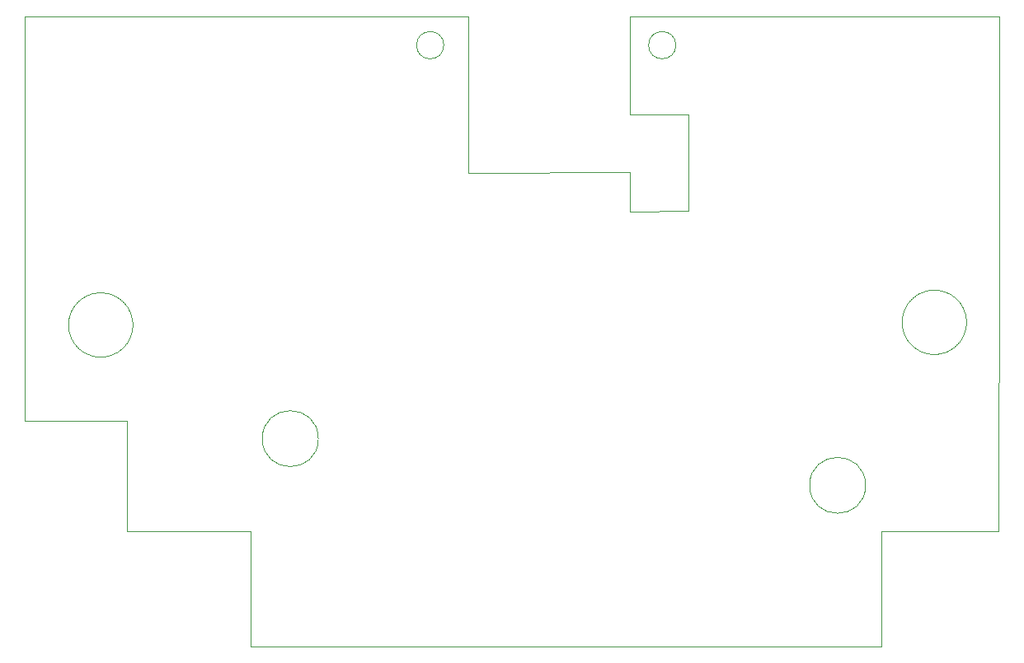
<source format=gbr>
G04 #@! TF.GenerationSoftware,KiCad,Pcbnew,(6.0.5)*
G04 #@! TF.CreationDate,2022-10-25T10:43:51-03:00*
G04 #@! TF.ProjectId,MSX USB Drive,4d535820-5553-4422-9044-726976652e6b,rev?*
G04 #@! TF.SameCoordinates,Original*
G04 #@! TF.FileFunction,Profile,NP*
%FSLAX46Y46*%
G04 Gerber Fmt 4.6, Leading zero omitted, Abs format (unit mm)*
G04 Created by KiCad (PCBNEW (6.0.5)) date 2022-10-25 10:43:51*
%MOMM*%
%LPD*%
G01*
G04 APERTURE LIST*
G04 #@! TA.AperFunction,Profile*
%ADD10C,0.050000*%
G04 #@! TD*
G04 #@! TA.AperFunction,Profile*
%ADD11C,0.100000*%
G04 #@! TD*
G04 APERTURE END LIST*
D10*
X128710893Y-66550000D02*
G75*
G03*
X128710893Y-66550000I-1400893J0D01*
G01*
X152540893Y-66549108D02*
G75*
G03*
X152540893Y-66549108I-1400893J0D01*
G01*
D11*
X94238450Y-92069020D02*
X94316680Y-92089590D01*
X182123720Y-96190420D02*
X182093500Y-96265600D01*
X179366550Y-98287950D02*
X179285780Y-98295060D01*
X175745020Y-94839900D02*
X175749850Y-94759130D01*
X176253270Y-93235380D02*
X176297470Y-93167570D01*
X179205010Y-91704020D02*
X179285780Y-91708840D01*
D10*
X131230000Y-63600000D02*
X131230000Y-79650000D01*
D11*
X181915950Y-93374320D02*
X181955070Y-93445440D01*
X90935690Y-93115240D02*
X90989540Y-93054540D01*
D10*
X115824456Y-107000000D02*
G75*
G03*
X115824456Y-107000000I-2874456J0D01*
G01*
D11*
X95827480Y-92995100D02*
X95882590Y-93054540D01*
X91601680Y-92526470D02*
X91669500Y-92482270D01*
X91279350Y-92771580D02*
X91341330Y-92719510D01*
X177631220Y-97986960D02*
X177558330Y-97951400D01*
X181955070Y-93445440D02*
X181992400Y-93517320D01*
X179123980Y-91700970D02*
X179205010Y-91704020D01*
X179205010Y-98299890D02*
X179123980Y-98302940D01*
X90451060Y-96683690D02*
X90417280Y-96610030D01*
X96722060Y-95595550D02*
X96713170Y-95676070D01*
X181137690Y-97554400D02*
X181074450Y-97605200D01*
X182093500Y-96265600D02*
X182061750Y-96340030D01*
X91808430Y-92398960D02*
X91879550Y-92359850D01*
X92791920Y-98510460D02*
X92712670Y-98493690D01*
X181742720Y-96903400D02*
X181695220Y-96968930D01*
X181434370Y-92725100D02*
X181489480Y-92784530D01*
X96595830Y-94313360D02*
X96618430Y-94391340D01*
X179285780Y-91708840D02*
X179366550Y-91715960D01*
X96571440Y-96307770D02*
X96545030Y-96384480D01*
X182281460Y-95646100D02*
X182264690Y-95725350D01*
X92247600Y-92191190D02*
X92323550Y-92163000D01*
X92477470Y-92112200D02*
X92555450Y-92089590D01*
X90355300Y-94083490D02*
X90385530Y-94008310D01*
X178398810Y-98240450D02*
X178319560Y-98223690D01*
X90182580Y-95836600D02*
X90169880Y-95756330D01*
X182296440Y-95566600D02*
X182281460Y-95646100D01*
X90417280Y-93933880D02*
X90451060Y-93860220D01*
X179607600Y-98255440D02*
X179527330Y-98268140D01*
X94920700Y-92322510D02*
X94992580Y-92359850D01*
X176057950Y-96413690D02*
X176024170Y-96340030D01*
X96713170Y-94867840D02*
X96722060Y-94948360D01*
X181992400Y-96486580D02*
X181955070Y-96558470D01*
X93517090Y-91970970D02*
X93598120Y-91974020D01*
X92951690Y-92005770D02*
X93031950Y-91994850D01*
X90486620Y-93787330D02*
X90523960Y-93715440D01*
X176024170Y-96340030D02*
X175992420Y-96265600D01*
X177208570Y-97747440D02*
X177141510Y-97701720D01*
X96595830Y-96230550D02*
X96571440Y-96307770D01*
X91534620Y-92572190D02*
X91601680Y-92526470D01*
X91101300Y-92937190D02*
X91159210Y-92880550D01*
X176169960Y-96629590D02*
X176130850Y-96558470D01*
X181595400Y-97096690D02*
X181543330Y-97158670D01*
X180877340Y-92256470D02*
X180944400Y-92302190D01*
X182340890Y-94839900D02*
X182343940Y-94920930D01*
X91218650Y-92825430D02*
X91279350Y-92771580D01*
X90486620Y-96756590D02*
X90451060Y-96683690D01*
X178638840Y-98279060D02*
X178558580Y-98268140D01*
X175992420Y-96265600D02*
X175962190Y-96190420D01*
D10*
X147860000Y-73660000D02*
X147860000Y-63570000D01*
D11*
X85694400Y-105149000D02*
X96210000Y-105149000D01*
X90150070Y-95595550D02*
X90142960Y-95514780D01*
X181595400Y-92907220D02*
X181646200Y-92970460D01*
X176542580Y-97158670D02*
X176490510Y-97096690D01*
X92323550Y-92163000D02*
X92400250Y-92136580D01*
X175776770Y-95486330D02*
X175765850Y-95406070D01*
X96210000Y-105149000D02*
X96200000Y-116500000D01*
X176766100Y-92610540D02*
X176825540Y-92555430D01*
X91669500Y-98061640D02*
X91601680Y-98017440D01*
X175789470Y-94437310D02*
X175804460Y-94357810D01*
X91159210Y-97663370D02*
X91101300Y-97606720D01*
X175962190Y-93813490D02*
X175992420Y-93738300D01*
X176596430Y-97219370D02*
X176542580Y-97158670D01*
X90385530Y-96535610D02*
X90355300Y-96460420D01*
X90142960Y-95514780D02*
X90138130Y-95434010D01*
X93840180Y-98549060D02*
X93759660Y-98557950D01*
X96734000Y-95109900D02*
X96737050Y-95190930D01*
X95592780Y-97772330D02*
X95530800Y-97824400D01*
X176130850Y-93445440D02*
X176169960Y-93374320D01*
X178084360Y-98161710D02*
X178007140Y-98137330D01*
X95202640Y-98061640D02*
X95133550Y-98104060D01*
X177276390Y-92212270D02*
X177345470Y-92169850D01*
X92555450Y-92089590D02*
X92633680Y-92069020D01*
X181434370Y-97278810D02*
X181377720Y-97336720D01*
X90563070Y-93644320D02*
X90603970Y-93574470D01*
X182281460Y-94357810D02*
X182296440Y-94437310D01*
X178719360Y-91715960D02*
X178800130Y-91708840D01*
X175883200Y-95960550D02*
X175860590Y-95882570D01*
X175821220Y-94278560D02*
X175840020Y-94199570D01*
X182151920Y-96114470D02*
X182123720Y-96190420D01*
X181489480Y-97219370D02*
X181434370Y-97278810D01*
X175883200Y-94043360D02*
X175907580Y-93966140D01*
X92555450Y-98454320D02*
X92477470Y-98431720D01*
X96181550Y-93437570D02*
X96225750Y-93505390D01*
X92633680Y-98474900D02*
X92555450Y-98454320D01*
X96039310Y-93240460D02*
X96088330Y-93304980D01*
X93436070Y-91969960D02*
X93517090Y-91970970D01*
X95882590Y-93054540D02*
X95936440Y-93115240D01*
X94847800Y-92286950D02*
X94920700Y-92322510D01*
X177558330Y-97951400D02*
X177486440Y-97914060D01*
X90233130Y-96074340D02*
X90214330Y-95995350D01*
X176057950Y-93590220D02*
X176093510Y-93517320D01*
X176297470Y-93167570D02*
X176343190Y-93100510D01*
X177208570Y-92256470D02*
X177276390Y-92212270D01*
X175992420Y-93738300D02*
X176024170Y-93663880D01*
X180944400Y-92302190D02*
X181009930Y-92349690D01*
X96689550Y-94707310D02*
X96702250Y-94787580D01*
X178800130Y-98295060D02*
X178719360Y-98287950D01*
X96737050Y-95352980D02*
X96734000Y-95434010D01*
X180740440Y-97834050D02*
X180670590Y-97874950D01*
X179607600Y-91748470D02*
X179687100Y-91763450D01*
X180306610Y-91951410D02*
X180381030Y-91983160D01*
X178162340Y-91819590D02*
X178240570Y-91799010D01*
X181543330Y-92845240D02*
X181595400Y-92907220D01*
X95270450Y-92526470D02*
X95337510Y-92572190D01*
X175789470Y-95566600D02*
X175776770Y-95486330D01*
X180078770Y-91866580D02*
X180155480Y-91892990D01*
X94000710Y-92018470D02*
X94080210Y-92033460D01*
X177011460Y-92398710D02*
X177075980Y-92349690D01*
X90197570Y-95916100D02*
X90182580Y-95836600D01*
X175907580Y-96037770D02*
X175883200Y-95960550D01*
X176708190Y-92667190D02*
X176766100Y-92610540D01*
D10*
X85690000Y-63620000D02*
X131230000Y-63600000D01*
D11*
X90646380Y-93505390D02*
X90690580Y-93437570D01*
X94847800Y-98256960D02*
X94774140Y-98290750D01*
X182320060Y-95406070D02*
X182309140Y-95486330D01*
X90150070Y-94948360D02*
X90158960Y-94867840D01*
X94624530Y-98352720D02*
X94548590Y-98380920D01*
X176439710Y-97033450D02*
X176390690Y-96968930D01*
X90197570Y-94627810D02*
X90214330Y-94548560D01*
X175740960Y-95001950D02*
X175741970Y-94920930D01*
X96348180Y-93715440D02*
X96385510Y-93787330D01*
X93274010Y-98569890D02*
X93193240Y-98565070D01*
X177075980Y-97654220D02*
X177011460Y-97605200D01*
X95530800Y-92719510D02*
X95592780Y-92771580D01*
X94000710Y-98525440D02*
X93920440Y-98538140D01*
X178084360Y-91842190D02*
X178162340Y-91819590D01*
X91218650Y-97718480D02*
X91159210Y-97663370D01*
X95936440Y-97428670D02*
X95882590Y-97489380D01*
X90690580Y-97106340D02*
X90646380Y-97038530D01*
X96181550Y-97106340D02*
X96135830Y-97173400D01*
X94471880Y-98407330D02*
X94394660Y-98431720D01*
X178319560Y-91780220D02*
X178398810Y-91763450D01*
X178880900Y-91704020D02*
X178961930Y-91700970D01*
X90883620Y-93177220D02*
X90935690Y-93115240D01*
X177141510Y-92302190D02*
X177208570Y-92256470D01*
X96309060Y-93644320D02*
X96348180Y-93715440D01*
X176948220Y-97554400D02*
X176886240Y-97502330D01*
X96702250Y-95756330D02*
X96689550Y-95836600D01*
X178319560Y-98223690D02*
X178240570Y-98204890D01*
X93598120Y-98569890D02*
X93517090Y-98572940D01*
X182093500Y-93738300D02*
X182123720Y-93813490D01*
X96737050Y-95190930D02*
X96738070Y-95271960D01*
X95827480Y-97548810D02*
X95770830Y-97606720D01*
X91879550Y-98184070D02*
X91808430Y-98144950D01*
X96225750Y-97038530D02*
X96181550Y-97106340D01*
X96088330Y-93304980D02*
X96135830Y-93370510D01*
X92871420Y-92018470D02*
X92951690Y-92005770D01*
X178240570Y-91799010D02*
X178319560Y-91780220D01*
X94080210Y-98510460D02*
X94000710Y-98525440D01*
X91669500Y-92482270D02*
X91738580Y-92439860D01*
X92712670Y-92050220D02*
X92791920Y-92033460D01*
X96385510Y-93787330D02*
X96421070Y-93860220D01*
X95403040Y-92619690D02*
X95467560Y-92668710D01*
X92633680Y-92069020D02*
X92712670Y-92050220D01*
X178007140Y-91866580D02*
X178084360Y-91842190D01*
X178961930Y-98302940D02*
X178880900Y-98299890D01*
X181377720Y-92667190D02*
X181434370Y-92725100D01*
X176024170Y-93663880D02*
X176057950Y-93590220D01*
X176825540Y-97448480D02*
X176766100Y-97393360D01*
X176439710Y-92970460D02*
X176490510Y-92907220D01*
X177075980Y-92349690D02*
X177141510Y-92302190D01*
X90563070Y-96899590D02*
X90523960Y-96828470D01*
X95592780Y-92771580D02*
X95653490Y-92825430D01*
X90736300Y-97173400D02*
X90690580Y-97106340D01*
X181009930Y-97654220D02*
X180944400Y-97701720D01*
X93678890Y-98565070D02*
X93598120Y-98569890D01*
X91469090Y-97924220D02*
X91404570Y-97875200D01*
X96618430Y-94391340D02*
X96639010Y-94469570D01*
X91738580Y-98104060D02*
X91669500Y-98061640D01*
X95133550Y-98104060D02*
X95063700Y-98144950D01*
X177345470Y-97834050D02*
X177276390Y-97791640D01*
X173680000Y-128390000D02*
X173685550Y-116500000D01*
X90158960Y-95676070D02*
X90150070Y-95595550D01*
D10*
X147800000Y-83630000D02*
X153870000Y-83620000D01*
X185740000Y-63630000D02*
X185750000Y-86150000D01*
D11*
X91951440Y-92322510D02*
X92024330Y-92286950D01*
X178558580Y-98268140D02*
X178478310Y-98255440D01*
X92712670Y-98493690D02*
X92633680Y-98474900D01*
X177704880Y-91983160D02*
X177779310Y-91951410D01*
X94316680Y-92089590D02*
X94394660Y-92112200D01*
X176596430Y-92784530D02*
X176651550Y-92725100D01*
X95063700Y-98144950D02*
X94992580Y-98184070D01*
X181955070Y-96558470D02*
X181915950Y-96629590D01*
X96738070Y-95271960D02*
X96737050Y-95352980D01*
X181915950Y-96629590D02*
X181875060Y-96699440D01*
X90832820Y-93240460D02*
X90883620Y-93177220D01*
X182027960Y-96413690D02*
X181992400Y-96486580D01*
X175745020Y-95164010D02*
X175741970Y-95082980D01*
X182328950Y-94678360D02*
X182336070Y-94759130D01*
X181199670Y-97502330D02*
X181137690Y-97554400D01*
X90158960Y-94867840D02*
X90169880Y-94787580D01*
D10*
X153870000Y-83620000D02*
X153870000Y-73650000D01*
D11*
X94316680Y-98454320D02*
X94238450Y-98474900D01*
X108910000Y-128390000D02*
X173680000Y-128390000D01*
X176886240Y-97502330D02*
X176825540Y-97448480D01*
X176297470Y-96836340D02*
X176253270Y-96768520D01*
X90138130Y-95434010D02*
X90135080Y-95352980D01*
X96309060Y-96899590D02*
X96268170Y-96969440D01*
X94394660Y-98431720D02*
X94316680Y-98454320D01*
X182343940Y-95082980D02*
X182340890Y-95164010D01*
X90523960Y-93715440D02*
X90563070Y-93644320D01*
X177779310Y-98052490D02*
X177704880Y-98020740D01*
X177930440Y-91892990D02*
X178007140Y-91866580D01*
X180670590Y-97874950D02*
X180599470Y-97914060D01*
X182328950Y-95325550D02*
X182320060Y-95406070D01*
X95337510Y-97971720D02*
X95270450Y-98017440D01*
X90138130Y-95109900D02*
X90142960Y-95029130D01*
X181875060Y-96699440D02*
X181832640Y-96768520D01*
X182340890Y-95164010D02*
X182336070Y-95244780D01*
X92400250Y-98407330D02*
X92323550Y-98380920D01*
X182027960Y-93590220D02*
X182061750Y-93663880D01*
X175756960Y-94678360D02*
X175765850Y-94597840D01*
X92951690Y-98538140D02*
X92871420Y-98525440D01*
X176886240Y-92501580D02*
X176948220Y-92449510D01*
X90385530Y-94008310D02*
X90417280Y-93933880D01*
X93193240Y-98565070D02*
X93112470Y-98557950D01*
X93598120Y-91974020D02*
X93678890Y-91978850D01*
X90214330Y-94548560D02*
X90233130Y-94469570D01*
X93436070Y-98573960D02*
X93355040Y-98572940D01*
X177415320Y-92128960D02*
X177486440Y-92089840D01*
X176093510Y-93517320D02*
X176130850Y-93445440D01*
X182343940Y-94920930D02*
X182344960Y-95001950D01*
X91808430Y-98144950D02*
X91738580Y-98104060D01*
X182178330Y-96037770D02*
X182151920Y-96114470D01*
X92172420Y-92221420D02*
X92247600Y-92191190D01*
X96200000Y-116500000D02*
X108900000Y-116500000D01*
X92024330Y-92286950D02*
X92097990Y-92253170D01*
X90783800Y-97238930D02*
X90736300Y-97173400D01*
X90135080Y-95352980D02*
X90134070Y-95271960D01*
X94238450Y-98474900D02*
X94159460Y-98493690D01*
D10*
X153870000Y-73650000D02*
X147860000Y-73660000D01*
D11*
X180155480Y-91892990D02*
X180231420Y-91921190D01*
X90169880Y-94787580D02*
X90182580Y-94707310D01*
X94159460Y-98493690D02*
X94080210Y-98510460D01*
X176651550Y-92725100D02*
X176708190Y-92667190D01*
X180231420Y-98082720D02*
X180155480Y-98110910D01*
X96689550Y-95836600D02*
X96674570Y-95916100D01*
X182336070Y-95244780D02*
X182328950Y-95325550D01*
X91601680Y-98017440D02*
X91534620Y-97971720D01*
X90233130Y-94469570D02*
X90253700Y-94391340D01*
X96571440Y-94236140D02*
X96595830Y-94313360D01*
X175934000Y-96114470D02*
X175907580Y-96037770D01*
X91341330Y-92719510D02*
X91404570Y-92668710D01*
X176390690Y-93034980D02*
X176439710Y-92970460D01*
X181832640Y-96768520D02*
X181788440Y-96836340D01*
X90736300Y-93370510D02*
X90783800Y-93304980D01*
X93031950Y-91994850D02*
X93112470Y-91985960D01*
X175860590Y-95882570D02*
X175840020Y-95804340D01*
X90989540Y-93054540D02*
X91044660Y-92995100D01*
X175749850Y-94759130D02*
X175756960Y-94678360D01*
X91879550Y-92359850D02*
X91951440Y-92322510D01*
X90214330Y-95995350D02*
X90197570Y-95916100D01*
X178478310Y-98255440D02*
X178398810Y-98240450D01*
X96702250Y-94787580D02*
X96713170Y-94867840D01*
X96454860Y-96610030D02*
X96421070Y-96683690D01*
X179845340Y-91799010D02*
X179923570Y-91819590D01*
X90327110Y-94159440D02*
X90355300Y-94083490D01*
X93517090Y-98572940D02*
X93436070Y-98573960D01*
D10*
X147860000Y-63570000D02*
X185740000Y-63630000D01*
D11*
X95063700Y-92398960D02*
X95133550Y-92439860D01*
X181695220Y-93034980D02*
X181742720Y-93100510D01*
X175765850Y-94597840D02*
X175776770Y-94517580D01*
X176390690Y-96968930D02*
X176343190Y-96903400D01*
X182123720Y-93813490D02*
X182151920Y-93889430D01*
X90883620Y-97366690D02*
X90832820Y-97303450D01*
X90832820Y-97303450D02*
X90783800Y-97238930D01*
X177486440Y-97914060D02*
X177415320Y-97874950D01*
X179687100Y-98240450D02*
X179607600Y-98255440D01*
X96135830Y-97173400D02*
X96088330Y-97238930D01*
X96421070Y-96683690D02*
X96385510Y-96756590D01*
X93193240Y-91978850D02*
X93274010Y-91974020D01*
X178558580Y-91735770D02*
X178638840Y-91724850D01*
X178961930Y-91700970D02*
X179042960Y-91699950D01*
X96713170Y-95676070D02*
X96702250Y-95756330D01*
X177011460Y-97605200D02*
X176948220Y-97554400D01*
X92024330Y-98256960D02*
X91951440Y-98221400D01*
X95882590Y-97489380D02*
X95827480Y-97548810D01*
X93920440Y-92005770D02*
X94000710Y-92018470D01*
X90134070Y-95271960D02*
X90135080Y-95190930D01*
X90646380Y-97038530D02*
X90603970Y-96969440D01*
X179687100Y-91763450D02*
X179766350Y-91780220D01*
X180944400Y-97701720D02*
X180877340Y-97747440D01*
X179766350Y-98223690D02*
X179687100Y-98240450D01*
X90142960Y-95029130D02*
X90150070Y-94948360D01*
X181543330Y-97158670D02*
X181489480Y-97219370D01*
X179447070Y-91724850D02*
X179527330Y-91735770D01*
X180599470Y-97914060D02*
X180527590Y-97951400D01*
X178478310Y-91748470D02*
X178558580Y-91735770D01*
X93678890Y-91978850D02*
X93759660Y-91985960D01*
X94080210Y-92033460D02*
X94159460Y-92050220D01*
X90169880Y-95756330D02*
X90158960Y-95676070D01*
X181742720Y-93100510D02*
X181788440Y-93167570D01*
X180527590Y-97951400D02*
X180454690Y-97986960D01*
X182202720Y-94043360D02*
X182225320Y-94121340D01*
X181646200Y-92970460D02*
X181695220Y-93034980D01*
X182264690Y-94278560D02*
X182281460Y-94357810D01*
X96657800Y-94548560D02*
X96674570Y-94627810D01*
X94774140Y-92253170D02*
X94847800Y-92286950D01*
X96088330Y-97238930D02*
X96039310Y-97303450D01*
X180877340Y-97747440D02*
X180809530Y-97791640D01*
X179285780Y-98295060D02*
X179205010Y-98299890D01*
X95530800Y-97824400D02*
X95467560Y-97875200D01*
X178162340Y-98184320D02*
X178084360Y-98161710D01*
X95770830Y-92937190D02*
X95827480Y-92995100D01*
X176253270Y-96768520D02*
X176210860Y-96699440D01*
X90182580Y-94707310D02*
X90197570Y-94627810D01*
X175741970Y-94920930D02*
X175745020Y-94839900D01*
X91738580Y-92439860D02*
X91808430Y-92398960D01*
X180740440Y-92169850D02*
X180809530Y-92212270D01*
X182320060Y-94597840D02*
X182328950Y-94678360D01*
X96639010Y-96074340D02*
X96618430Y-96152570D01*
X93759660Y-98557950D02*
X93678890Y-98565070D01*
X95337510Y-92572190D02*
X95403040Y-92619690D01*
X180599470Y-92089840D02*
X180670590Y-92128960D01*
X181319810Y-97393360D02*
X181260380Y-97448480D01*
X95653490Y-97718480D02*
X95592780Y-97772330D01*
X95988510Y-93177220D02*
X96039310Y-93240460D01*
X93274010Y-91974020D02*
X93355040Y-91970970D01*
X91159210Y-92880550D02*
X91218650Y-92825430D01*
X91469090Y-92619690D02*
X91534620Y-92572190D01*
X180527590Y-92052510D02*
X180599470Y-92089840D01*
X181788440Y-96836340D02*
X181742720Y-96903400D01*
X96545030Y-94159440D02*
X96571440Y-94236140D01*
X95712920Y-92880550D02*
X95770830Y-92937190D01*
X90355300Y-96460420D02*
X90327110Y-96384480D01*
X91534620Y-97971720D02*
X91469090Y-97924220D01*
X176490510Y-97096690D02*
X176439710Y-97033450D01*
X92097990Y-98290750D02*
X92024330Y-98256960D01*
X181788440Y-93167570D02*
X181832640Y-93235380D01*
X182061750Y-96340030D02*
X182027960Y-96413690D01*
X176825540Y-92555430D02*
X176886240Y-92501580D01*
X179923570Y-98184320D02*
X179845340Y-98204890D01*
X96348180Y-96828470D02*
X96309060Y-96899590D01*
X93840180Y-91994850D02*
X93920440Y-92005770D01*
X96516830Y-96460420D02*
X96486610Y-96535610D01*
X182309140Y-95486330D02*
X182296440Y-95566600D01*
X177276390Y-97791640D02*
X177208570Y-97747440D01*
X177704880Y-98020740D02*
X177631220Y-97986960D01*
X175741970Y-95082980D02*
X175740960Y-95001950D01*
X176093510Y-96486580D02*
X176057950Y-96413690D01*
X179923570Y-91819590D02*
X180001550Y-91842190D01*
X177415320Y-97874950D02*
X177345470Y-97834050D01*
X90989540Y-97489380D02*
X90935690Y-97428670D01*
X178719360Y-98287950D02*
X178638840Y-98279060D01*
X176169960Y-93374320D02*
X176210860Y-93304470D01*
X94394660Y-92112200D02*
X94471880Y-92136580D01*
X179366550Y-91715960D02*
X179447070Y-91724850D01*
X93031950Y-98549060D02*
X92951690Y-98538140D01*
X176130850Y-96558470D02*
X176093510Y-96486580D01*
X177779310Y-91951410D02*
X177854490Y-91921190D01*
X177558330Y-92052510D02*
X177631220Y-92016950D01*
X95202640Y-92482270D02*
X95270450Y-92526470D01*
X181260380Y-92555430D02*
X181319810Y-92610540D01*
X90783800Y-93304980D02*
X90832820Y-93240460D01*
X176490510Y-92907220D02*
X176542580Y-92845240D01*
X176210860Y-96699440D02*
X176169960Y-96629590D01*
X96135830Y-93370510D02*
X96181550Y-93437570D01*
D10*
X131230000Y-79650000D02*
X147800000Y-79640000D01*
D11*
X91404570Y-97875200D02*
X91341330Y-97824400D01*
X92323550Y-98380920D02*
X92247600Y-98352720D01*
X91404570Y-92668710D02*
X91469090Y-92619690D01*
X178800130Y-91708840D02*
X178880900Y-91704020D01*
X182245900Y-95804340D02*
X182225320Y-95882570D01*
X180454690Y-97986960D02*
X180381030Y-98020740D01*
X175934000Y-93889430D02*
X175962190Y-93813490D01*
X94699720Y-92221420D02*
X94774140Y-92253170D01*
X96516830Y-94083490D02*
X96545030Y-94159440D01*
X95133550Y-92439860D02*
X95202640Y-92482270D01*
X181646200Y-97033450D02*
X181595400Y-97096690D01*
X181260380Y-97448480D02*
X181199670Y-97502330D01*
X177854490Y-98082720D02*
X177779310Y-98052490D01*
X179766350Y-91780220D02*
X179845340Y-91799010D01*
X182225320Y-94121340D02*
X182245900Y-94199570D01*
X179042960Y-98303950D02*
X178961930Y-98302940D01*
X95270450Y-98017440D02*
X95202640Y-98061640D01*
X179527330Y-98268140D02*
X179447070Y-98279060D01*
X96722060Y-94948360D02*
X96729180Y-95029130D01*
X95936440Y-93115240D02*
X95988510Y-93177220D01*
X175804460Y-95646100D02*
X175789470Y-95566600D01*
X182225320Y-95882570D02*
X182202720Y-95960550D01*
X177930440Y-98110910D02*
X177854490Y-98082720D01*
X175765850Y-95406070D02*
X175756960Y-95325550D01*
X180231420Y-91921190D02*
X180306610Y-91951410D01*
X178880900Y-98299890D02*
X178800130Y-98295060D01*
X181832640Y-93235380D02*
X181875060Y-93304470D01*
X90523960Y-96828470D02*
X90486620Y-96756590D01*
X181074450Y-97605200D02*
X181009930Y-97654220D01*
X93355040Y-91970970D02*
X93436070Y-91969960D01*
X175804460Y-94357810D02*
X175821220Y-94278560D01*
X180001550Y-98161710D02*
X179923570Y-98184320D01*
X173685550Y-116500000D02*
X185700000Y-116500000D01*
X92172420Y-98322500D02*
X92097990Y-98290750D01*
X176766100Y-97393360D02*
X176708190Y-97336720D01*
X94548590Y-98380920D02*
X94471880Y-98407330D01*
X180155480Y-98110910D02*
X180078770Y-98137330D01*
X177854490Y-91921190D02*
X177930440Y-91892990D01*
X179447070Y-98279060D02*
X179366550Y-98287950D01*
X90135080Y-95190930D02*
X90138130Y-95109900D01*
X180809530Y-97791640D02*
X180740440Y-97834050D01*
X96618430Y-96152570D02*
X96595830Y-96230550D01*
X108900000Y-116500000D02*
X108910000Y-128390000D01*
X177345470Y-92169850D02*
X177415320Y-92128960D01*
X96268170Y-96969440D02*
X96225750Y-97038530D01*
X175840020Y-95804340D02*
X175821220Y-95725350D01*
X90300690Y-94236140D02*
X90327110Y-94159440D01*
X91044660Y-97548810D02*
X90989540Y-97489380D01*
X96734000Y-95434010D02*
X96729180Y-95514780D01*
X91279350Y-97772330D02*
X91218650Y-97718480D01*
X96039310Y-97303450D02*
X95988510Y-97366690D01*
X176210860Y-93304470D02*
X176253270Y-93235380D01*
X95712920Y-97663370D02*
X95653490Y-97718480D01*
X96421070Y-93860220D02*
X96454860Y-93933880D01*
D10*
X172022716Y-111800000D02*
G75*
G03*
X172022716Y-111800000I-2872716J0D01*
G01*
D11*
X94624530Y-92191190D02*
X94699720Y-92221420D01*
X178007140Y-98137330D02*
X177930440Y-98110910D01*
X181074450Y-92398710D02*
X181137690Y-92449510D01*
X181377720Y-97336720D02*
X181319810Y-97393360D01*
X96486610Y-94008310D02*
X96516830Y-94083490D01*
X90603970Y-96969440D02*
X90563070Y-96899590D01*
X175860590Y-94121340D02*
X175883200Y-94043360D01*
X96657800Y-95995350D02*
X96639010Y-96074340D01*
X92247600Y-98352720D02*
X92172420Y-98322500D01*
X94992580Y-92359850D02*
X95063700Y-92398960D01*
X182309140Y-94517580D02*
X182320060Y-94597840D01*
X91341330Y-97824400D02*
X91279350Y-97772330D01*
X175749850Y-95244780D02*
X175745020Y-95164010D01*
X92791920Y-92033460D02*
X92871420Y-92018470D01*
X94548590Y-92163000D02*
X94624530Y-92191190D01*
X96729180Y-95029130D02*
X96734000Y-95109900D01*
X182202720Y-95960550D02*
X182178330Y-96037770D01*
X176343190Y-96903400D02*
X176297470Y-96836340D01*
X96639010Y-94469570D02*
X96657800Y-94548560D01*
X94699720Y-98322500D02*
X94624530Y-98352720D01*
X92097990Y-92253170D02*
X92172420Y-92221420D01*
X175776770Y-94517580D02*
X175789470Y-94437310D01*
X94992580Y-98184070D02*
X94920700Y-98221400D01*
X96674570Y-94627810D02*
X96689550Y-94707310D01*
X96268170Y-93574470D02*
X96309060Y-93644320D01*
X96225750Y-93505390D02*
X96268170Y-93574470D01*
X180454690Y-92016950D02*
X180527590Y-92052510D01*
X91951440Y-98221400D02*
X91879550Y-98184070D01*
X181992400Y-93517320D02*
X182027960Y-93590220D01*
X182336070Y-94759130D02*
X182340890Y-94839900D01*
X181199670Y-92501580D02*
X181260380Y-92555430D01*
X180809530Y-92212270D02*
X180877340Y-92256470D01*
X95467560Y-97875200D02*
X95403040Y-97924220D01*
X94159460Y-92050220D02*
X94238450Y-92069020D01*
X182178330Y-93966140D02*
X182202720Y-94043360D01*
X175840020Y-94199570D02*
X175860590Y-94121340D01*
X177631220Y-92016950D02*
X177704880Y-91983160D01*
X182264690Y-95725350D02*
X182245900Y-95804340D01*
X182344960Y-95001950D02*
X182343940Y-95082980D01*
X93112470Y-91985960D02*
X93193240Y-91978850D01*
X90417280Y-96610030D02*
X90385530Y-96535610D01*
X91044660Y-92995100D02*
X91101300Y-92937190D01*
X90690580Y-93437570D02*
X90736300Y-93370510D01*
X90253700Y-94391340D02*
X90276310Y-94313360D01*
X175907580Y-93966140D02*
X175934000Y-93889430D01*
X92871420Y-98525440D02*
X92791920Y-98510460D01*
X182151920Y-93889430D02*
X182178330Y-93966140D01*
X90253700Y-96152570D02*
X90233130Y-96074340D01*
X181319810Y-92610540D02*
X181377720Y-92667190D01*
X95770830Y-97606720D02*
X95712920Y-97663370D01*
X182296440Y-94437310D02*
X182309140Y-94517580D01*
X90451060Y-93860220D02*
X90486620Y-93787330D01*
X180670590Y-92128960D02*
X180740440Y-92169850D01*
X96674570Y-95916100D02*
X96657800Y-95995350D01*
X181137690Y-92449510D02*
X181199670Y-92501580D01*
X93355040Y-98572940D02*
X93274010Y-98569890D01*
X96545030Y-96384480D02*
X96516830Y-96460420D01*
X95988510Y-97366690D02*
X95936440Y-97428670D01*
X176948220Y-92449510D02*
X177011460Y-92398710D01*
X96385510Y-96756590D02*
X96348180Y-96828470D01*
X178398810Y-91763450D02*
X178478310Y-91748470D01*
X96729180Y-95514780D02*
X96722060Y-95595550D01*
X91101300Y-97606720D02*
X91044660Y-97548810D01*
X90327110Y-96384480D02*
X90300690Y-96307770D01*
X176708190Y-97336720D02*
X176651550Y-97278810D01*
X90935690Y-97428670D02*
X90883620Y-97366690D01*
X181489480Y-92784530D02*
X181543330Y-92845240D01*
X185700000Y-116500000D02*
X185750000Y-86150000D01*
X181009930Y-92349690D02*
X181074450Y-92398710D01*
X175962190Y-96190420D02*
X175934000Y-96114470D01*
X95467560Y-92668710D02*
X95530800Y-92719510D01*
X90276310Y-96230550D02*
X90253700Y-96152570D01*
X180381030Y-98020740D02*
X180306610Y-98052490D01*
X182061750Y-93663880D02*
X182093500Y-93738300D01*
X94471880Y-92136580D02*
X94548590Y-92163000D01*
X175821220Y-95725350D02*
X175804460Y-95646100D01*
X96454860Y-93933880D02*
X96486610Y-94008310D01*
X179527330Y-91735770D02*
X179607600Y-91748470D01*
D10*
X147800000Y-79640000D02*
X147800000Y-83630000D01*
D11*
X90300690Y-96307770D02*
X90276310Y-96230550D01*
X179042960Y-91699950D02*
X179123980Y-91700970D01*
X90603970Y-93574470D02*
X90646380Y-93505390D01*
X93112470Y-98557950D02*
X93031950Y-98549060D01*
X178240570Y-98204890D02*
X178162340Y-98184320D01*
X95403040Y-97924220D02*
X95337510Y-97971720D01*
X180306610Y-98052490D02*
X180231420Y-98082720D01*
X176343190Y-93100510D02*
X176390690Y-93034980D01*
X179123980Y-98302940D02*
X179042960Y-98303950D01*
X181695220Y-96968930D02*
X181646200Y-97033450D01*
X94774140Y-98290750D02*
X94699720Y-98322500D01*
X95653490Y-92825430D02*
X95712920Y-92880550D01*
X182245900Y-94199570D02*
X182264690Y-94278560D01*
X179845340Y-98204890D02*
X179766350Y-98223690D01*
X93759660Y-91985960D02*
X93840180Y-91994850D01*
X180381030Y-91983160D02*
X180454690Y-92016950D01*
X96486610Y-96535610D02*
X96454860Y-96610030D01*
X90276310Y-94313360D02*
X90300690Y-94236140D01*
X180078770Y-98137330D02*
X180001550Y-98161710D01*
X181875060Y-93304470D02*
X181915950Y-93374320D01*
X94920700Y-98221400D02*
X94847800Y-98256960D01*
X180001550Y-91842190D02*
X180078770Y-91866580D01*
X177486440Y-92089840D02*
X177558330Y-92052510D01*
X176651550Y-97278810D02*
X176596430Y-97219370D01*
X176542580Y-92845240D02*
X176596430Y-92784530D01*
X178638840Y-91724850D02*
X178719360Y-91715960D01*
X93920440Y-98538140D02*
X93840180Y-98549060D01*
X177141510Y-97701720D02*
X177075980Y-97654220D01*
X175756960Y-95325550D02*
X175749850Y-95244780D01*
X85690000Y-63620000D02*
X85694400Y-105149000D01*
X92400250Y-92136580D02*
X92477470Y-92112200D01*
X92477470Y-98431720D02*
X92400250Y-98407330D01*
M02*

</source>
